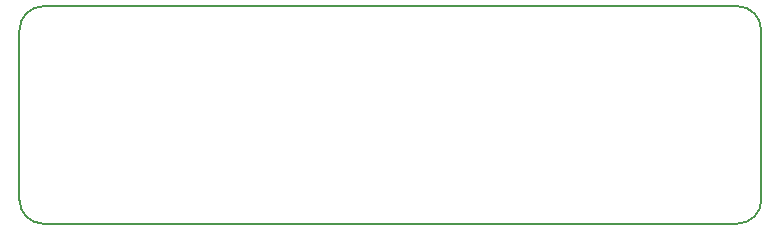
<source format=gko>
G04 #@! TF.FileFunction,Profile,NP*
%FSLAX46Y46*%
G04 Gerber Fmt 4.6, Leading zero omitted, Abs format (unit mm)*
G04 Created by KiCad (PCBNEW (2015-11-24 BZR 6329)-product) date Sat 01 Oct 2016 01:52:16 AM EDT*
%MOMM*%
G01*
G04 APERTURE LIST*
%ADD10C,0.100000*%
%ADD11C,0.150000*%
G04 APERTURE END LIST*
D10*
D11*
X164000000Y-115200000D02*
X181000000Y-115200000D01*
X164000000Y-96800000D02*
X181000000Y-96800000D01*
X184803000Y-113150000D02*
X184803000Y-98800000D01*
X165778000Y-115200000D02*
X182778000Y-115200000D01*
X165778000Y-96800000D02*
X182778000Y-96800000D01*
X122000000Y-98800000D02*
X122000000Y-113200000D01*
X184793000Y-98795000D02*
G75*
G03X182793000Y-96795000I-2000000J0D01*
G01*
X182803000Y-115195000D02*
G75*
G03X184803000Y-113195000I0J2000000D01*
G01*
X122000000Y-113200000D02*
G75*
G03X124000000Y-115200000I2000000J0D01*
G01*
X124000000Y-96800000D02*
G75*
G03X122000000Y-98800000I0J-2000000D01*
G01*
X164000000Y-115200000D02*
X124000000Y-115200000D01*
X124000000Y-96800000D02*
X164000000Y-96800000D01*
M02*

</source>
